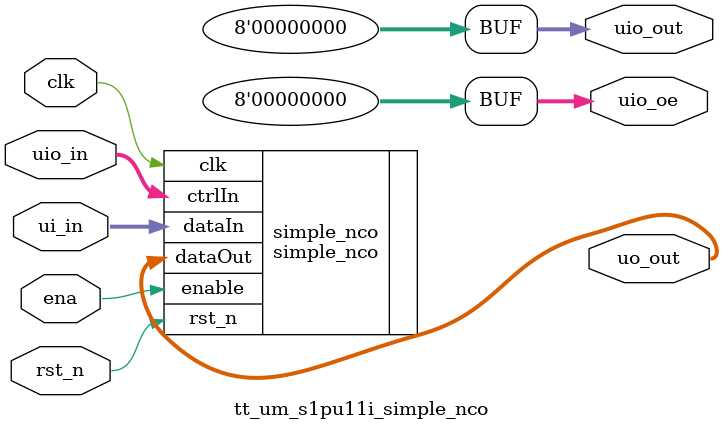
<source format=sv>
/*
 * Copyright (c) 2024 s1pu11i
 * SPDX-License-Identifier: Apache-2.0
 */

`define default_netname none

module tt_um_s1pu11i_simple_nco (
    input  wire [7:0] ui_in,    // Dedicated inputs
    output wire [7:0] uo_out,   // Dedicated outputs
    input  wire [7:0] uio_in,   // IOs: Bidirectional Input path
    output wire [7:0] uio_out,  // IOs: Bidirectional Output path
    output wire [7:0] uio_oe,   // IOs: Bidirectional Enable path (active high: 0=input, 1=output)
    input  wire       ena,      // will go high when the design is enabled
    input  wire       clk,      // clock
    input  wire       rst_n     // reset_n - low to reset
);
 
  // All output pins must be assigned. If not used, assign to 0.
  assign uio_oe  = 0; // use bidirectional path as inputs only
  assign uio_out = 0; 



  simple_nco simple_nco(.clk(clk),
                        .rst_n(rst_n),
                        .enable(ena),
                        .dataIn(ui_in),
                        .ctrlIn(uio_in),
                        .dataOut(uo_out));


endmodule : tt_um_s1pu11i_simple_nco
</source>
